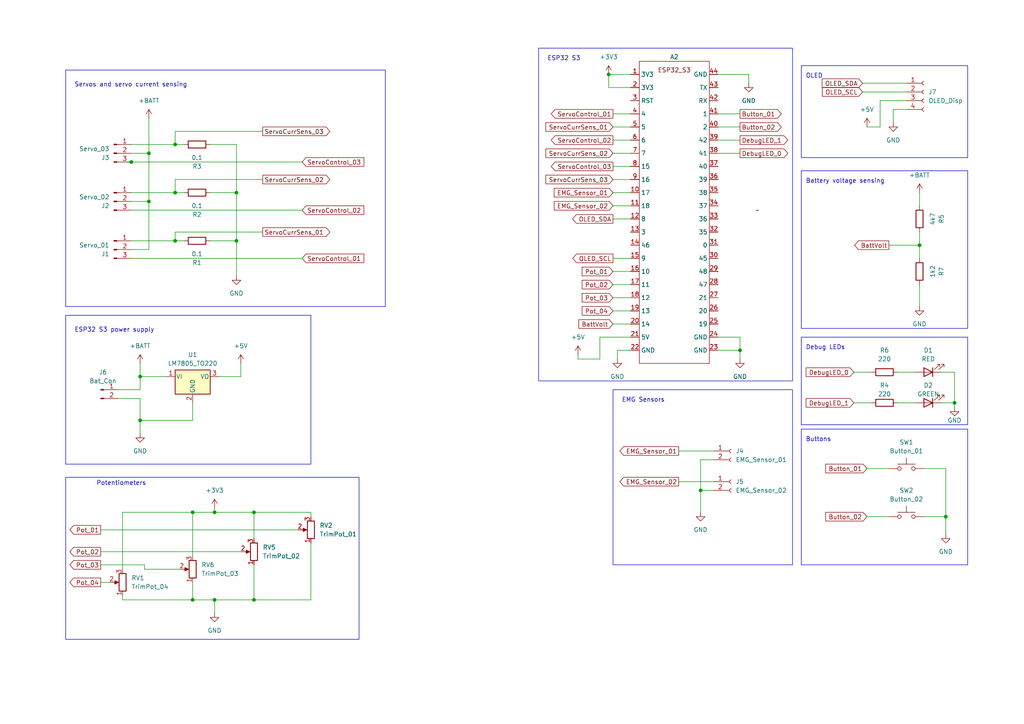
<source format=kicad_sch>
(kicad_sch (version 20230121) (generator eeschema)
  (paper "A4")
  (lib_symbols
    (symbol "ComponentLibrary:ESP32_S3_DevKitC_V1"
      (property "Reference" "A" (at 0 0 0))
      (symbol "ESP32_S3_DevKitC_V1_0_1"
        (rectangle (start -10.16 43.18) (end 10.16 -44.45))
      )
      (symbol "ESP32_S3_DevKitC_V1_1_1"
        (text "ESP32_S3" (at 0 40.64 0) (effects (font (size 1.27 1.27))))
        (pin power_out line (at -12.7 39.37 0) (length 2.54) (name "3V3") (number "1"))
        (pin bidirectional line (at -12.7 5.08 0) (length 2.54) (name "17") (number "10"))
        (pin bidirectional line (at -12.7 1.27 0) (length 2.54) (name "18") (number "11"))
        (pin bidirectional line (at -12.7 -2.54 0) (length 2.54) (name "8") (number "12"))
        (pin bidirectional line (at -12.7 -6.35 0) (length 2.54) (name "3") (number "13"))
        (pin bidirectional line (at -12.7 -10.16 0) (length 2.54) (name "46") (number "14"))
        (pin bidirectional line (at -12.7 -13.97 0) (length 2.54) (name "9") (number "15"))
        (pin bidirectional line (at -12.7 -17.78 0) (length 2.54) (name "10") (number "16"))
        (pin bidirectional line (at -12.7 -21.59 0) (length 2.54) (name "11") (number "17"))
        (pin bidirectional line (at -12.7 -25.4 0) (length 2.54) (name "12") (number "18"))
        (pin bidirectional line (at -12.7 -29.21 0) (length 2.54) (name "13") (number "19"))
        (pin power_out line (at -12.7 35.56 0) (length 2.54) (name "3V3") (number "2"))
        (pin bidirectional line (at -12.7 -33.02 0) (length 2.54) (name "14") (number "20"))
        (pin power_in line (at -12.7 -36.83 0) (length 2.54) (name "5V") (number "21"))
        (pin power_in line (at -12.7 -40.64 0) (length 2.54) (name "GND") (number "22"))
        (pin power_in line (at 12.7 -40.64 180) (length 2.54) (name "GND") (number "23"))
        (pin power_in line (at 12.7 -36.83 180) (length 2.54) (name "GND") (number "24"))
        (pin bidirectional line (at 12.7 -33.02 180) (length 2.54) (name "19") (number "25"))
        (pin bidirectional line (at 12.7 -29.21 180) (length 2.54) (name "20") (number "26"))
        (pin bidirectional line (at 12.7 -25.4 180) (length 2.54) (name "21") (number "27"))
        (pin bidirectional line (at 12.7 -21.59 180) (length 2.54) (name "47") (number "28"))
        (pin bidirectional line (at 12.7 -17.78 180) (length 2.54) (name "48") (number "29"))
        (pin input line (at -12.7 31.75 0) (length 2.54) (name "RST") (number "3"))
        (pin bidirectional line (at 12.7 -13.97 180) (length 2.54) (name "45") (number "30"))
        (pin bidirectional line (at 12.7 -10.16 180) (length 2.54) (name "0") (number "31"))
        (pin bidirectional line (at 12.7 -6.35 180) (length 2.54) (name "35") (number "32"))
        (pin bidirectional line (at 12.7 -2.54 180) (length 2.54) (name "36") (number "33"))
        (pin bidirectional line (at 12.7 1.27 180) (length 2.54) (name "37") (number "34"))
        (pin bidirectional line (at 12.7 5.08 180) (length 2.54) (name "38") (number "35"))
        (pin bidirectional line (at 12.7 8.89 180) (length 2.54) (name "39") (number "36"))
        (pin bidirectional line (at 12.7 12.7 180) (length 2.54) (name "40") (number "37"))
        (pin bidirectional line (at 12.7 16.51 180) (length 2.54) (name "41") (number "38"))
        (pin bidirectional line (at 12.7 20.32 180) (length 2.54) (name "42") (number "39"))
        (pin bidirectional line (at -12.7 27.94 0) (length 2.54) (name "4") (number "4"))
        (pin bidirectional line (at 12.7 24.13 180) (length 2.54) (name "2") (number "40"))
        (pin bidirectional line (at 12.7 27.94 180) (length 2.54) (name "1") (number "41"))
        (pin bidirectional line (at 12.7 31.75 180) (length 2.54) (name "RX") (number "42"))
        (pin bidirectional line (at 12.7 35.56 180) (length 2.54) (name "TX") (number "43"))
        (pin power_in line (at 12.7 39.37 180) (length 2.54) (name "GND") (number "44"))
        (pin bidirectional line (at -12.7 24.13 0) (length 2.54) (name "5") (number "5"))
        (pin bidirectional line (at -12.7 20.32 0) (length 2.54) (name "6") (number "6"))
        (pin bidirectional line (at -12.7 16.51 0) (length 2.54) (name "7") (number "7"))
        (pin bidirectional line (at -12.7 12.7 0) (length 2.54) (name "15") (number "8"))
        (pin bidirectional line (at -12.7 8.89 0) (length 2.54) (name "16") (number "9"))
      )
    )
    (symbol "Connector:Conn_01x02_Pin" (pin_names (offset 1.016) hide)
      (property "Reference" "J" (at 0 2.54 0))
      (property "Value" "Conn_01x02_Pin" (at 0 -5.08 0))
      (symbol "Conn_01x02_Pin_1_1"
        (polyline (pts (xy 1.27 -2.54) (xy 0.8636 -2.54)) (stroke (width 0.1524)))
        (polyline (pts (xy 1.27 0) (xy 0.8636 0)) (stroke (width 0.1524)))
        (rectangle (start 0.8636 -2.413) (end 0 -2.667) (stroke (width 0.1524)) (fill (type outline)))
        (rectangle (start 0.8636 0.127) (end 0 -0.127) (stroke (width 0.1524)) (fill (type outline)))
        (pin passive line (at 5.08 0 180) (length 3.81) (name "Pin_1") (number "1"))
        (pin passive line (at 5.08 -2.54 180) (length 3.81) (name "Pin_2") (number "2"))
      )
    )
    (symbol "Connector:Conn_01x02_Socket" (pin_names (offset 1.016) hide)
      (property "Reference" "J" (at 0 2.54 0))
      (property "Value" "Conn_01x02_Socket" (at 0 -5.08 0))
      (symbol "Conn_01x02_Socket_1_1"
        (arc (start 0 -2.032) (mid -0.5058 -2.54) (end 0 -3.048) (stroke (width 0.1524)))
        (polyline (pts (xy -1.27 -2.54) (xy -0.508 -2.54)) (stroke (width 0.1524)))
        (polyline (pts (xy -1.27 0) (xy -0.508 0)) (stroke (width 0.1524)))
        (arc (start 0 0.508) (mid -0.5058 0) (end 0 -0.508) (stroke (width 0.1524)))
        (pin passive line (at -5.08 0 0) (length 3.81) (name "Pin_1") (number "1"))
        (pin passive line (at -5.08 -2.54 0) (length 3.81) (name "Pin_2") (number "2"))
      )
    )
    (symbol "Connector:Conn_01x03_Pin" (pin_names (offset 1.016) hide)
      (property "Reference" "J" (at 0 5.08 0))
      (property "Value" "Conn_01x03_Pin" (at 0 -5.08 0))
      (symbol "Conn_01x03_Pin_1_1"
        (polyline (pts (xy 1.27 -2.54) (xy 0.8636 -2.54)) (stroke (width 0.1524)))
        (polyline (pts (xy 1.27 0) (xy 0.8636 0)) (stroke (width 0.1524)))
        (polyline (pts (xy 1.27 2.54) (xy 0.8636 2.54)) (stroke (width 0.1524)))
        (rectangle (start 0.8636 -2.413) (end 0 -2.667) (stroke (width 0.1524)) (fill (type outline)))
        (rectangle (start 0.8636 0.127) (end 0 -0.127) (stroke (width 0.1524)) (fill (type outline)))
        (rectangle (start 0.8636 2.667) (end 0 2.413) (stroke (width 0.1524)) (fill (type outline)))
        (pin passive line (at 5.08 2.54 180) (length 3.81) (name "Pin_1") (number "1"))
        (pin passive line (at 5.08 0 180) (length 3.81) (name "Pin_2") (number "2"))
        (pin passive line (at 5.08 -2.54 180) (length 3.81) (name "Pin_3") (number "3"))
      )
    )
    (symbol "Connector:Conn_01x04_Socket" (pin_names (offset 1.016) hide)
      (property "Reference" "J" (at 0 5.08 0))
      (property "Value" "Conn_01x04_Socket" (at 0 -7.62 0))
      (symbol "Conn_01x04_Socket_1_1"
        (arc (start 0 -4.572) (mid -0.5058 -5.08) (end 0 -5.588) (stroke (width 0.1524)))
        (arc (start 0 -2.032) (mid -0.5058 -2.54) (end 0 -3.048) (stroke (width 0.1524)))
        (polyline (pts (xy -1.27 -5.08) (xy -0.508 -5.08)) (stroke (width 0.1524)))
        (polyline (pts (xy -1.27 -2.54) (xy -0.508 -2.54)) (stroke (width 0.1524)))
        (polyline (pts (xy -1.27 0) (xy -0.508 0)) (stroke (width 0.1524)))
        (polyline (pts (xy -1.27 2.54) (xy -0.508 2.54)) (stroke (width 0.1524)))
        (arc (start 0 0.508) (mid -0.5058 0) (end 0 -0.508) (stroke (width 0.1524)))
        (arc (start 0 3.048) (mid -0.5058 2.54) (end 0 2.032) (stroke (width 0.1524)))
        (pin passive line (at -5.08 2.54 0) (length 3.81) (name "Pin_1") (number "1"))
        (pin passive line (at -5.08 0 0) (length 3.81) (name "Pin_2") (number "2"))
        (pin passive line (at -5.08 -2.54 0) (length 3.81) (name "Pin_3") (number "3"))
        (pin passive line (at -5.08 -5.08 0) (length 3.81) (name "Pin_4") (number "4"))
      )
    )
    (symbol "Device:LED" (pin_numbers hide) (pin_names (offset 1.016) hide)
      (property "Reference" "D" (at 0 2.54 0))
      (property "Value" "LED" (at 0 -2.54 0))
      (symbol "LED_0_1"
        (polyline (pts (xy -1.27 -1.27) (xy -1.27 1.27)) (stroke (width 0.254)))
        (polyline (pts (xy -1.27 0) (xy 1.27 0)))
        (polyline (pts (xy 1.27 -1.27) (xy 1.27 1.27) (xy -1.27 0) (xy 1.27 -1.27)) (stroke (width 0.254)))
        (polyline (pts (xy -3.048 -0.762) (xy -4.572 -2.286) (xy -3.81 -2.286) (xy -4.572 -2.286) (xy -4.572 -1.524)))
        (polyline (pts (xy -1.778 -0.762) (xy -3.302 -2.286) (xy -2.54 -2.286) (xy -3.302 -2.286) (xy -3.302 -1.524)))
      )
      (symbol "LED_1_1"
        (pin passive line (at -3.81 0 0) (length 2.54) (name "K") (number "1"))
        (pin passive line (at 3.81 0 180) (length 2.54) (name "A") (number "2"))
      )
    )
    (symbol "Device:R" (pin_numbers hide) (pin_names (offset 0))
      (property "Reference" "R" (at 2.032 0 90))
      (property "Value" "R" (at 0 0 90))
      (symbol "R_0_1"
        (rectangle (start -1.016 -2.54) (end 1.016 2.54) (stroke (width 0.254)))
      )
      (symbol "R_1_1"
        (pin passive line (at 0 3.81 270) (length 1.27) (name "~") (number "1"))
        (pin passive line (at 0 -3.81 90) (length 1.27) (name "~") (number "2"))
      )
    )
    (symbol "Device:R_Potentiometer" (pin_names (offset 1.016) hide)
      (property "Reference" "RV" (at -4.445 0 90))
      (property "Value" "R_Potentiometer" (at -2.54 0 90))
      (symbol "R_Potentiometer_0_1"
        (polyline (pts (xy 2.54 0) (xy 1.524 0)))
        (polyline (pts (xy 1.143 0) (xy 2.286 0.508) (xy 2.286 -0.508) (xy 1.143 0)) (fill (type outline)))
        (rectangle (start 1.016 2.54) (end -1.016 -2.54) (stroke (width 0.254)))
      )
      (symbol "R_Potentiometer_1_1"
        (pin passive line (at 0 3.81 270) (length 1.27) (name "1") (number "1"))
        (pin passive line (at 3.81 0 180) (length 1.27) (name "2") (number "2"))
        (pin passive line (at 0 -3.81 90) (length 1.27) (name "3") (number "3"))
      )
    )
    (symbol "Regulator_Linear:LM7805_TO220" (pin_names (offset 0.254))
      (property "Reference" "U" (at -3.81 3.175 0))
      (property "Value" "LM7805_TO220" (at 0 3.175 0))
      (symbol "LM7805_TO220_0_1"
        (rectangle (start -5.08 1.905) (end 5.08 -5.08) (stroke (width 0.254)) (fill (type background)))
      )
      (symbol "LM7805_TO220_1_1"
        (pin power_in line (at -7.62 0 0) (length 2.54) (name "VI") (number "1"))
        (pin power_in line (at 0 -7.62 90) (length 2.54) (name "GND") (number "2"))
        (pin power_out line (at 7.62 0 180) (length 2.54) (name "VO") (number "3"))
      )
    )
    (symbol "Switch:SW_Push" (pin_numbers hide) (pin_names (offset 1.016) hide)
      (property "Reference" "SW" (at 1.27 2.54 0))
      (property "Value" "SW_Push" (at 0 -1.524 0))
      (symbol "SW_Push_0_1"
        (circle (center -2.032 0) (radius 0.508))
        (polyline (pts (xy 0 1.27) (xy 0 3.048)))
        (polyline (pts (xy 2.54 1.27) (xy -2.54 1.27)))
        (circle (center 2.032 0) (radius 0.508))
        (pin passive line (at -5.08 0 0) (length 2.54) (name "1") (number "1"))
        (pin passive line (at 5.08 0 180) (length 2.54) (name "2") (number "2"))
      )
    )
    (symbol "power:+3V3" (power) (pin_names (offset 0))
      (property "Value" "+3V3" (at 0 3.556 0))
      (symbol "+3V3_0_1"
        (polyline (pts (xy -0.762 1.27) (xy 0 2.54)))
        (polyline (pts (xy 0 0) (xy 0 2.54)))
        (polyline (pts (xy 0 2.54) (xy 0.762 1.27)))
      )
      (symbol "+3V3_1_1"
        (pin power_in line (at 0 0 90) (length 0) hide (name "+3V3") (number "1"))
      )
    )
    (symbol "power:+5V" (power) (pin_names (offset 0))
      (property "Value" "+5V" (at 0 3.556 0))
      (symbol "+5V_0_1"
        (polyline (pts (xy -0.762 1.27) (xy 0 2.54)))
        (polyline (pts (xy 0 0) (xy 0 2.54)))
        (polyline (pts (xy 0 2.54) (xy 0.762 1.27)))
      )
      (symbol "+5V_1_1"
        (pin power_in line (at 0 0 90) (length 0) hide (name "+5V") (number "1"))
      )
    )
    (symbol "power:+BATT" (power) (pin_names (offset 0))
      (property "Value" "+BATT" (at 0 3.556 0))
      (symbol "+BATT_0_1"
        (polyline (pts (xy -0.762 1.27) (xy 0 2.54)))
        (polyline (pts (xy 0 0) (xy 0 2.54)))
        (polyline (pts (xy 0 2.54) (xy 0.762 1.27)))
      )
      (symbol "+BATT_1_1"
        (pin power_in line (at 0 0 90) (length 0) hide (name "+BATT") (number "1"))
      )
    )
    (symbol "power:GND" (power) (pin_names (offset 0))
      (property "Value" "GND" (at 0 -3.81 0))
      (symbol "GND_0_1"
        (polyline (pts (xy 0 0) (xy 0 -1.27) (xy 1.27 -1.27) (xy 0 -2.54) (xy -1.27 -1.27) (xy 0 -1.27)))
      )
      (symbol "GND_1_1"
        (pin power_in line (at 0 0 270) (length 0) hide (name "GND") (number "1"))
      )
    )
  )
  (junction (at 50.8 55.88))
  (junction (at 43.18 44.45))
  (junction (at 68.58 55.88))
  (junction (at 62.23 148.59))
  (junction (at 276.86 116.84))
  (junction (at 176.53 21.59))
  (junction (at 266.7 71.12))
  (junction (at 62.23 173.99))
  (junction (at 73.66 173.99))
  (junction (at 55.88 173.99))
  (junction (at 50.8 69.85))
  (junction (at 50.8 41.91))
  (junction (at 38.1 46.99))
  (junction (at 203.2 142.24))
  (junction (at 40.64 121.92))
  (junction (at 214.63 101.6))
  (junction (at 274.32 149.86))
  (junction (at 43.18 58.42))
  (junction (at 73.66 148.59))
  (junction (at 55.88 148.59))
  (junction (at 68.58 69.85))
  (junction (at 40.64 109.22))
  (wire (pts (xy 35.56 172.72) (xy 35.56 173.99)))
  (wire (pts (xy 55.88 173.99) (xy 62.23 173.99)))
  (wire (pts (xy 167.64 104.14) (xy 173.99 104.14)))
  (wire (pts (xy 251.46 36.83) (xy 255.27 36.83)))
  (wire (pts (xy 50.8 67.31) (xy 76.2 67.31)))
  (wire (pts (xy 50.8 41.91) (xy 50.8 38.1)))
  (wire (pts (xy 73.66 163.83) (xy 73.66 173.99)))
  (wire (pts (xy 217.17 21.59) (xy 208.28 21.59)))
  (wire (pts (xy 247.65 116.84) (xy 252.73 116.84)))
  (wire (pts (xy 177.8 52.07) (xy 182.88 52.07)))
  (wire (pts (xy 214.63 101.6) (xy 214.63 104.14)))
  (wire (pts (xy 255.27 36.83) (xy 255.27 29.21)))
  (wire (pts (xy 208.28 44.45) (xy 214.63 44.45)))
  (wire (pts (xy 68.58 41.91) (xy 60.96 41.91)))
  (wire (pts (xy 196.85 139.7) (xy 207.01 139.7)))
  (wire (pts (xy 177.8 63.5) (xy 182.88 63.5)))
  (wire (pts (xy 266.7 82.55) (xy 266.7 88.9)))
  (wire (pts (xy 255.27 29.21) (xy 262.89 29.21)))
  (wire (pts (xy 208.28 36.83) (xy 214.63 36.83)))
  (wire (pts (xy 43.18 58.42) (xy 43.18 72.39)))
  (wire (pts (xy 34.29 113.03) (xy 40.64 113.03)))
  (wire (pts (xy 41.91 165.1) (xy 41.91 163.83)))
  (wire (pts (xy 177.8 82.55) (xy 182.88 82.55)))
  (wire (pts (xy 50.8 52.07) (xy 76.2 52.07)))
  (wire (pts (xy 167.64 102.87) (xy 167.64 104.14)))
  (wire (pts (xy 40.64 105.41) (xy 40.64 109.22)))
  (wire (pts (xy 50.8 55.88) (xy 38.1 55.88)))
  (wire (pts (xy 35.56 148.59) (xy 55.88 148.59)))
  (wire (pts (xy 68.58 55.88) (xy 60.96 55.88)))
  (wire (pts (xy 177.8 36.83) (xy 182.88 36.83)))
  (wire (pts (xy 267.97 135.89) (xy 274.32 135.89)))
  (wire (pts (xy 273.05 116.84) (xy 276.86 116.84)))
  (wire (pts (xy 276.86 118.11) (xy 276.86 116.84)))
  (wire (pts (xy 260.35 116.84) (xy 265.43 116.84)))
  (wire (pts (xy 68.58 55.88) (xy 68.58 41.91)))
  (wire (pts (xy 177.8 78.74) (xy 182.88 78.74)))
  (wire (pts (xy 250.19 26.67) (xy 262.89 26.67)))
  (wire (pts (xy 177.8 74.93) (xy 182.88 74.93)))
  (wire (pts (xy 69.85 105.41) (xy 69.85 109.22)))
  (wire (pts (xy 208.28 101.6) (xy 214.63 101.6)))
  (wire (pts (xy 50.8 38.1) (xy 76.2 38.1)))
  (wire (pts (xy 257.81 71.12) (xy 266.7 71.12)))
  (wire (pts (xy 40.64 121.92) (xy 55.88 121.92)))
  (wire (pts (xy 73.66 148.59) (xy 73.66 156.21)))
  (wire (pts (xy 259.08 31.75) (xy 262.89 31.75)))
  (wire (pts (xy 260.35 107.95) (xy 265.43 107.95)))
  (wire (pts (xy 177.8 93.98) (xy 182.88 93.98)))
  (wire (pts (xy 179.07 104.14) (xy 179.07 101.6)))
  (wire (pts (xy 38.1 44.45) (xy 43.18 44.45)))
  (wire (pts (xy 203.2 142.24) (xy 207.01 142.24)))
  (wire (pts (xy 68.58 80.01) (xy 68.58 69.85)))
  (wire (pts (xy 274.32 135.89) (xy 274.32 149.86)))
  (wire (pts (xy 250.19 24.13) (xy 262.89 24.13)))
  (wire (pts (xy 208.28 33.02) (xy 214.63 33.02)))
  (wire (pts (xy 214.63 97.79) (xy 214.63 101.6)))
  (wire (pts (xy 29.21 168.91) (xy 31.75 168.91)))
  (wire (pts (xy 40.64 115.57) (xy 40.64 121.92)))
  (wire (pts (xy 273.05 107.95) (xy 276.86 107.95)))
  (wire (pts (xy 176.53 25.4) (xy 176.53 21.59)))
  (wire (pts (xy 55.88 148.59) (xy 55.88 161.29)))
  (wire (pts (xy 34.29 115.57) (xy 40.64 115.57)))
  (wire (pts (xy 247.65 107.95) (xy 252.73 107.95)))
  (wire (pts (xy 53.34 69.85) (xy 50.8 69.85)))
  (wire (pts (xy 53.34 41.91) (xy 50.8 41.91)))
  (wire (pts (xy 173.99 97.79) (xy 182.88 97.79)))
  (wire (pts (xy 55.88 148.59) (xy 62.23 148.59)))
  (wire (pts (xy 266.7 55.88) (xy 266.7 59.69)))
  (wire (pts (xy 173.99 104.14) (xy 173.99 97.79)))
  (wire (pts (xy 177.8 86.36) (xy 182.88 86.36)))
  (wire (pts (xy 43.18 44.45) (xy 43.18 58.42)))
  (wire (pts (xy 90.17 173.99) (xy 90.17 157.48)))
  (wire (pts (xy 177.8 59.69) (xy 182.88 59.69)))
  (wire (pts (xy 35.56 173.99) (xy 55.88 173.99)))
  (wire (pts (xy 53.34 55.88) (xy 50.8 55.88)))
  (wire (pts (xy 43.18 34.29) (xy 43.18 44.45)))
  (wire (pts (xy 62.23 148.59) (xy 73.66 148.59)))
  (wire (pts (xy 52.07 165.1) (xy 41.91 165.1)))
  (wire (pts (xy 90.17 148.59) (xy 90.17 149.86)))
  (wire (pts (xy 177.8 44.45) (xy 182.88 44.45)))
  (wire (pts (xy 177.8 55.88) (xy 182.88 55.88)))
  (wire (pts (xy 55.88 168.91) (xy 55.88 173.99)))
  (wire (pts (xy 63.5 109.22) (xy 69.85 109.22)))
  (wire (pts (xy 68.58 69.85) (xy 68.58 55.88)))
  (wire (pts (xy 196.85 130.81) (xy 207.01 130.81)))
  (wire (pts (xy 40.64 109.22) (xy 48.26 109.22)))
  (wire (pts (xy 68.58 69.85) (xy 60.96 69.85)))
  (wire (pts (xy 176.53 21.59) (xy 182.88 21.59)))
  (wire (pts (xy 38.1 74.93) (xy 87.63 74.93)))
  (wire (pts (xy 203.2 142.24) (xy 203.2 133.35)))
  (wire (pts (xy 38.1 60.96) (xy 87.63 60.96)))
  (wire (pts (xy 208.28 97.79) (xy 214.63 97.79)))
  (wire (pts (xy 62.23 147.32) (xy 62.23 148.59)))
  (wire (pts (xy 69.85 160.02) (xy 29.21 160.02)))
  (wire (pts (xy 50.8 69.85) (xy 38.1 69.85)))
  (wire (pts (xy 217.17 24.13) (xy 217.17 21.59)))
  (wire (pts (xy 73.66 173.99) (xy 90.17 173.99)))
  (wire (pts (xy 267.97 149.86) (xy 274.32 149.86)))
  (wire (pts (xy 182.88 25.4) (xy 176.53 25.4)))
  (wire (pts (xy 55.88 116.84) (xy 55.88 121.92)))
  (wire (pts (xy 35.56 165.1) (xy 35.56 148.59)))
  (wire (pts (xy 41.91 163.83) (xy 29.21 163.83)))
  (wire (pts (xy 177.8 33.02) (xy 182.88 33.02)))
  (wire (pts (xy 38.1 46.99) (xy 87.63 46.99)))
  (wire (pts (xy 177.8 48.26) (xy 182.88 48.26)))
  (wire (pts (xy 38.1 58.42) (xy 43.18 58.42)))
  (wire (pts (xy 266.7 67.31) (xy 266.7 71.12)))
  (wire (pts (xy 179.07 101.6) (xy 182.88 101.6)))
  (wire (pts (xy 50.8 67.31) (xy 50.8 69.85)))
  (wire (pts (xy 208.28 40.64) (xy 214.63 40.64)))
  (wire (pts (xy 274.32 149.86) (xy 274.32 154.94)))
  (wire (pts (xy 40.64 121.92) (xy 40.64 125.73)))
  (wire (pts (xy 40.64 113.03) (xy 40.64 109.22)))
  (wire (pts (xy 203.2 133.35) (xy 207.01 133.35)))
  (wire (pts (xy 62.23 173.99) (xy 62.23 177.8)))
  (wire (pts (xy 251.46 149.86) (xy 257.81 149.86)))
  (wire (pts (xy 266.7 71.12) (xy 266.7 74.93)))
  (wire (pts (xy 50.8 52.07) (xy 50.8 55.88)))
  (wire (pts (xy 86.36 153.67) (xy 29.21 153.67)))
  (wire (pts (xy 276.86 107.95) (xy 276.86 116.84)))
  (wire (pts (xy 177.8 40.64) (xy 182.88 40.64)))
  (wire (pts (xy 203.2 148.59) (xy 203.2 142.24)))
  (wire (pts (xy 36.83 46.99) (xy 38.1 46.99)))
  (wire (pts (xy 43.18 72.39) (xy 38.1 72.39)))
  (wire (pts (xy 73.66 148.59) (xy 90.17 148.59)))
  (wire (pts (xy 50.8 41.91) (xy 38.1 41.91)))
  (wire (pts (xy 259.08 35.56) (xy 259.08 31.75)))
  (wire (pts (xy 251.46 135.89) (xy 257.81 135.89)))
  (wire (pts (xy 62.23 173.99) (xy 73.66 173.99)))
  (wire (pts (xy 177.8 90.17) (xy 182.88 90.17)))
  (rectangle (start 232.41 97.79) (end 280.67 123.19))
  (rectangle (start 232.41 49.53) (end 280.67 95.25))
  (rectangle (start 19.05 91.44) (end 90.17 134.62))
  (rectangle (start 19.05 20.32) (end 111.76 88.9))
  (rectangle (start 232.41 19.05) (end 280.67 45.72))
  (rectangle (start 232.41 124.46) (end 280.67 163.83))
  (rectangle (start 156.21 13.97) (end 229.87 110.49))
  (rectangle (start 19.05 138.43) (end 104.14 185.42))
  (rectangle (start 177.8 113.03) (end 229.87 163.83))
  (text "Servos and servo current sensing" (at 21.59 25.4 0) (effects (font (size 1.27 1.27)) (justify left bottom)))
  (text "EMG Sensors" (at 180.34 116.84 0) (effects (font (size 1.27 1.27)) (justify left bottom)))
  (text "OLED" (at 233.68 22.86 0) (effects (font (size 1.27 1.27)) (justify left bottom)))
  (text "ESP32 S3 power supply" (at 21.59 96.52 0) (effects (font (size 1.27 1.27)) (justify left bottom)))
  (text "Buttons" (at 233.68 128.27 0) (effects (font (size 1.27 1.27)) (justify left bottom)))
  (text "Battery voltage sensing" (at 233.68 53.34 0) (effects (font (size 1.27 1.27)) (justify left bottom)))
  (text "Potentiometers" (at 27.94 140.97 0) (effects (font (size 1.27 1.27)) (justify left bottom)))
  (text "ESP32 S3" (at 158.75 17.78 0) (effects (font (size 1.27 1.27)) (justify left bottom)))
  (text "Debug LEDs" (at 233.68 101.6 0) (effects (font (size 1.27 1.27)) (justify left bottom)))
  (global_label "OLED_SCL" (shape output) (at 177.8 74.93 180) (property "Intersheetrefs" "${INTERSHEET_REFS}" (effects hide)))
  (global_label "Pot_03" (shape output) (at 29.21 163.83 180) (property "Intersheetrefs" "${INTERSHEET_REFS}" (effects hide)))
  (global_label "ServoCurrSens_03" (shape output) (at 76.2 38.1 0) (property "Intersheetrefs" "${INTERSHEET_REFS}" (effects hide)))
  (global_label "Pot_02" (shape output) (at 29.21 160.02 180) (property "Intersheetrefs" "${INTERSHEET_REFS}" (effects hide)))
  (global_label "DebugLED_0" (shape input) (at 247.65 107.95 180) (property "Intersheetrefs" "${INTERSHEET_REFS}" (effects hide)))
  (global_label "ServoCurrSens_03" (shape input) (at 177.8 52.07 180) (property "Intersheetrefs" "${INTERSHEET_REFS}" (effects hide)))
  (global_label "Button_01" (shape input) (at 251.46 135.89 180) (property "Intersheetrefs" "${INTERSHEET_REFS}" (effects hide)))
  (global_label "BattVolt" (shape input) (at 177.8 93.98 180) (property "Intersheetrefs" "${INTERSHEET_REFS}" (effects hide)))
  (global_label "EMG_Sensor_01" (shape input) (at 177.8 55.88 180) (property "Intersheetrefs" "${INTERSHEET_REFS}" (effects hide)))
  (global_label "Pot_04" (shape input) (at 177.8 90.17 180) (property "Intersheetrefs" "${INTERSHEET_REFS}" (effects hide)))
  (global_label "Pot_01" (shape output) (at 29.21 153.67 180) (property "Intersheetrefs" "${INTERSHEET_REFS}" (effects hide)))
  (global_label "BattVolt" (shape output) (at 257.81 71.12 180) (property "Intersheetrefs" "${INTERSHEET_REFS}" (effects hide)))
  (global_label "EMG_Sensor_01" (shape output) (at 196.85 130.81 180) (property "Intersheetrefs" "${INTERSHEET_REFS}" (effects hide)))
  (global_label "ServoControl_02" (shape output) (at 177.8 40.64 180) (property "Intersheetrefs" "${INTERSHEET_REFS}" (effects hide)))
  (global_label "Pot_02" (shape input) (at 177.8 82.55 180) (property "Intersheetrefs" "${INTERSHEET_REFS}" (effects hide)))
  (global_label "ServoCurrSens_02" (shape input) (at 177.8 44.45 180) (property "Intersheetrefs" "${INTERSHEET_REFS}" (effects hide)))
  (global_label "DebugLED_1" (shape input) (at 247.65 116.84 180) (property "Intersheetrefs" "${INTERSHEET_REFS}" (effects hide)))
  (global_label "ServoCurrSens_02" (shape output) (at 76.2 52.07 0) (property "Intersheetrefs" "${INTERSHEET_REFS}" (effects hide)))
  (global_label "Button_02" (shape input) (at 251.46 149.86 180) (property "Intersheetrefs" "${INTERSHEET_REFS}" (effects hide)))
  (global_label "OLED_SCL" (shape input) (at 250.19 26.67 180) (property "Intersheetrefs" "${INTERSHEET_REFS}" (effects hide)))
  (global_label "Pot_01" (shape input) (at 177.8 78.74 180) (property "Intersheetrefs" "${INTERSHEET_REFS}" (effects hide)))
  (global_label "ServoCurrSens_01" (shape input) (at 177.8 36.83 180) (property "Intersheetrefs" "${INTERSHEET_REFS}" (effects hide)))
  (global_label "ServoControl_03" (shape output) (at 177.8 48.26 180) (property "Intersheetrefs" "${INTERSHEET_REFS}" (effects hide)))
  (global_label "EMG_Sensor_02" (shape input) (at 177.8 59.69 180) (property "Intersheetrefs" "${INTERSHEET_REFS}" (effects hide)))
  (global_label "ServoControl_03" (shape input) (at 87.63 46.99 0) (property "Intersheetrefs" "${INTERSHEET_REFS}" (effects hide)))
  (global_label "Button_01" (shape output) (at 214.63 33.02 0) (property "Intersheetrefs" "${INTERSHEET_REFS}" (effects hide)))
  (global_label "DebugLED_0" (shape output) (at 214.63 44.45 0) (property "Intersheetrefs" "${INTERSHEET_REFS}" (effects hide)))
  (global_label "DebugLED_1" (shape output) (at 214.63 40.64 0) (property "Intersheetrefs" "${INTERSHEET_REFS}" (effects hide)))
  (global_label "ServoControl_01" (shape input) (at 87.63 74.93 0) (property "Intersheetrefs" "${INTERSHEET_REFS}" (effects hide)))
  (global_label "OLED_SDA" (shape output) (at 177.8 63.5 180) (property "Intersheetrefs" "${INTERSHEET_REFS}" (effects hide)))
  (global_label "Button_02" (shape output) (at 214.63 36.83 0) (property "Intersheetrefs" "${INTERSHEET_REFS}" (effects hide)))
  (global_label "Pot_03" (shape input) (at 177.8 86.36 180) (property "Intersheetrefs" "${INTERSHEET_REFS}" (effects hide)))
  (global_label "Pot_04" (shape output) (at 29.21 168.91 180) (property "Intersheetrefs" "${INTERSHEET_REFS}" (effects hide)))
  (global_label "ServoControl_01" (shape output) (at 177.8 33.02 180) (property "Intersheetrefs" "${INTERSHEET_REFS}" (effects hide)))
  (global_label "ServoCurrSens_01" (shape output) (at 76.2 67.31 0) (property "Intersheetrefs" "${INTERSHEET_REFS}" (effects hide)))
  (global_label "ServoControl_02" (shape input) (at 87.63 60.96 0) (property "Intersheetrefs" "${INTERSHEET_REFS}" (effects hide)))
  (global_label "EMG_Sensor_02" (shape output) (at 196.85 139.7 180) (property "Intersheetrefs" "${INTERSHEET_REFS}" (effects hide)))
  (global_label "OLED_SDA" (shape input) (at 250.19 24.13 180) (property "Intersheetrefs" "${INTERSHEET_REFS}" (effects hide)))
  (symbol (lib_id "Connector:Conn_01x03_Pin") (at 33.02 44.45 0) (unit 1)
    (property "Reference" "J3" (at 31.75 45.72 0) (effects (justify right)))
    (property "Value" "Servo_03" (at 31.75 43.18 0) (effects (justify right)))
    (property "Footprint" "Connector_PinHeader_2.54mm:PinHeader_1x03_P2.54mm_Vertical" (effects hide))
  )
  (symbol (lib_id "ComponentLibrary:ESP32_S3_DevKitC_V1") (at 195.58 60.96 0) (unit 1)
    (property "Reference" "A2" (at 195.58 16.51 0))
    (property "Value" "~" (at 219.71 60.96 0))
    (property "Footprint" "FootprintLibrary:ESP32S3_DevModule" (effects hide))
  )
  (symbol (lib_id "Device:LED") (at 269.24 107.95 180) (unit 1)
    (property "Reference" "D1" (at 269.24 101.6 0))
    (property "Value" "RED" (at 269.24 104.14 0))
    (property "Footprint" "LED_THT:LED_D5.0mm" (effects hide))
  )
  (symbol (lib_id "Device:R") (at 266.7 63.5 0) (unit 1)
    (property "Reference" "R5" (at 273.05 63.5 90))
    (property "Value" "4k7" (at 270.51 63.5 90))
    (property "Footprint" "Resistor_THT:R_Axial_DIN0207_L6.3mm_D2.5mm_P7.62mm_Horizontal" (effects hide))
  )
  (symbol (lib_id "power:GND") (at 214.63 104.14 0) (unit 1)
    (property "Reference" "#PWR025" (effects hide))
    (property "Value" "GND" (at 214.63 109.22 0))
  )
  (symbol (lib_id "Device:R_Potentiometer") (at 35.56 168.91 180) (unit 1)
    (property "Reference" "RV1" (at 38.1 167.64 0) (effects (justify right)))
    (property "Value" "TrimPot_04" (at 38.1 170.18 0) (effects (justify right)))
    (property "Footprint" "Connector_PinHeader_2.54mm:PinHeader_1x03_P2.54mm_Vertical" (effects hide))
  )
  (symbol (lib_id "Connector:Conn_01x02_Pin") (at 29.21 113.03 0) (unit 1)
    (property "Reference" "J6" (at 29.845 107.95 0))
    (property "Value" "Bat_Con" (at 29.845 110.49 0))
    (property "Footprint" "Connector_PinHeader_2.54mm:PinHeader_1x02_P2.54mm_Vertical" (effects hide))
  )
  (symbol (lib_id "Device:R") (at 256.54 107.95 90) (unit 1)
    (property "Reference" "R6" (at 256.54 101.6 90))
    (property "Value" "220" (at 256.54 104.14 90))
    (property "Footprint" "Resistor_THT:R_Axial_DIN0207_L6.3mm_D2.5mm_P7.62mm_Horizontal" (effects hide))
  )
  (symbol (lib_id "Device:R") (at 57.15 55.88 270) (unit 1)
    (property "Reference" "R2" (at 57.15 62.23 90))
    (property "Value" "0.1" (at 57.15 59.69 90))
    (property "Footprint" "Resistor_THT:R_Axial_Power_L25.0mm_W9.0mm_P27.94mm" (effects hide))
  )
  (symbol (lib_id "power:+5V") (at 167.64 102.87 0) (unit 1)
    (property "Reference" "#PWR024" (effects hide))
    (property "Value" "+5V" (at 167.64 97.79 0))
  )
  (symbol (lib_id "Device:R_Potentiometer") (at 55.88 165.1 180) (unit 1)
    (property "Reference" "RV6" (at 58.42 163.83 0) (effects (justify right)))
    (property "Value" "TrimPot_03" (at 58.42 166.37 0) (effects (justify right)))
    (property "Footprint" "Connector_PinHeader_2.54mm:PinHeader_1x03_P2.54mm_Vertical" (effects hide))
  )
  (symbol (lib_id "power:GND") (at 274.32 154.94 0) (unit 1)
    (property "Reference" "#PWR014" (effects hide))
    (property "Value" "GND" (at 274.32 160.02 0))
  )
  (symbol (lib_id "power:+BATT") (at 40.64 105.41 0) (unit 1)
    (property "Reference" "#PWR09" (effects hide))
    (property "Value" "+BATT" (at 40.64 100.33 0))
  )
  (symbol (lib_id "Device:R") (at 266.7 78.74 0) (unit 1)
    (property "Reference" "R7" (at 273.05 78.74 90))
    (property "Value" "1k2" (at 270.51 78.74 90))
    (property "Footprint" "Resistor_THT:R_Axial_DIN0207_L6.3mm_D2.5mm_P7.62mm_Horizontal" (effects hide))
  )
  (symbol (lib_id "power:GND") (at 259.08 35.56 0) (unit 1)
    (property "Reference" "#PWR012" (effects hide))
    (property "Value" "GND" (at 259.08 40.64 0))
  )
  (symbol (lib_id "Connector:Conn_01x02_Socket") (at 212.09 130.81 0) (unit 1)
    (property "Reference" "J4" (at 213.36 130.81 0) (effects (justify left)))
    (property "Value" "EMG_Sensor_01" (at 213.36 133.35 0) (effects (justify left)))
    (property "Footprint" "Connector_PinSocket_2.54mm:PinSocket_1x02_P2.54mm_Vertical" (effects hide))
  )
  (symbol (lib_id "Device:R") (at 256.54 116.84 90) (unit 1)
    (property "Reference" "R4" (at 256.54 111.76 90))
    (property "Value" "220" (at 256.54 114.3 90))
    (property "Footprint" "Resistor_THT:R_Axial_DIN0207_L6.3mm_D2.5mm_P7.62mm_Horizontal" (effects hide))
  )
  (symbol (lib_id "power:GND") (at 62.23 177.8 0) (unit 1)
    (property "Reference" "#PWR05" (effects hide))
    (property "Value" "GND" (at 62.23 182.88 0))
  )
  (symbol (lib_id "power:GND") (at 266.7 88.9 0) (unit 1)
    (property "Reference" "#PWR016" (effects hide))
    (property "Value" "GND" (at 266.7 93.98 0))
  )
  (symbol (lib_id "Device:R") (at 57.15 69.85 270) (unit 1)
    (property "Reference" "R1" (at 57.15 76.2 90))
    (property "Value" "0.1" (at 57.15 73.66 90))
    (property "Footprint" "Resistor_THT:R_Axial_Power_L25.0mm_W9.0mm_P27.94mm" (effects hide))
  )
  (symbol (lib_id "power:GND") (at 68.58 80.01 0) (unit 1)
    (property "Reference" "#PWR03" (effects hide))
    (property "Value" "GND" (at 68.58 85.09 0))
  )
  (symbol (lib_id "Regulator_Linear:LM7805_TO220") (at 55.88 109.22 0) (unit 1)
    (property "Reference" "U1" (at 55.88 102.87 0))
    (property "Value" "LM7805_TO220" (at 55.88 105.41 0))
    (property "Footprint" "Package_TO_SOT_THT:TO-220-3_Vertical" (effects hide))
    (property "Datasheet" "https://www.onsemi.cn/PowerSolutions/document/MC7800-D.PDF" (effects hide))
  )
  (symbol (lib_id "power:GND") (at 217.17 24.13 0) (unit 1)
    (property "Reference" "#PWR026" (effects hide))
    (property "Value" "GND" (at 217.17 29.21 0))
  )
  (symbol (lib_id "power:+BATT") (at 43.18 34.29 0) (unit 1)
    (property "Reference" "#PWR010" (effects hide))
    (property "Value" "+BATT" (at 43.18 29.21 0))
  )
  (symbol (lib_id "Switch:SW_Push") (at 262.89 149.86 0) (unit 1)
    (property "Reference" "SW2" (at 262.89 142.24 0))
    (property "Value" "Button_02" (at 262.89 144.78 0))
    (property "Footprint" "Button_Switch_THT:SW_PUSH_6mm" (effects hide))
  )
  (symbol (lib_id "Device:R_Potentiometer") (at 73.66 160.02 180) (unit 1)
    (property "Reference" "RV5" (at 76.2 158.75 0) (effects (justify right)))
    (property "Value" "TrimPot_02" (at 76.2 161.29 0) (effects (justify right)))
    (property "Footprint" "Potentiometer_THT:Potentiometer_Alps_RK163_Single_Horizontal" (effects hide))
  )
  (symbol (lib_id "power:+3V3") (at 176.53 21.59 0) (unit 1)
    (property "Reference" "#PWR027" (effects hide))
    (property "Value" "+3V3" (at 176.53 16.51 0))
  )
  (symbol (lib_id "power:+BATT") (at 266.7 55.88 0) (unit 1)
    (property "Reference" "#PWR015" (effects hide))
    (property "Value" "+BATT" (at 266.7 50.8 0))
  )
  (symbol (lib_id "power:+5V") (at 251.46 36.83 0) (unit 1)
    (property "Reference" "#PWR013" (effects hide))
    (property "Value" "+5V" (at 251.46 31.75 0))
  )
  (symbol (lib_id "Connector:Conn_01x03_Pin") (at 33.02 72.39 0) (unit 1)
    (property "Reference" "J1" (at 31.75 73.66 0) (effects (justify right)))
    (property "Value" "Servo_01" (at 31.75 71.12 0) (effects (justify right)))
    (property "Footprint" "Connector_PinHeader_2.54mm:PinHeader_1x03_P2.54mm_Vertical" (effects hide))
  )
  (symbol (lib_id "power:+5V") (at 69.85 105.41 0) (unit 1)
    (property "Reference" "#PWR02" (effects hide))
    (property "Value" "+5V" (at 69.85 100.33 0))
  )
  (symbol (lib_id "power:GND") (at 179.07 104.14 0) (unit 1)
    (property "Reference" "#PWR023" (effects hide))
    (property "Value" "GND" (at 179.07 109.22 0))
  )
  (symbol (lib_id "power:GND") (at 276.86 118.11 0) (unit 1)
    (property "Reference" "#PWR01" (effects hide))
    (property "Value" "GND" (at 276.86 121.92 0))
  )
  (symbol (lib_id "power:GND") (at 40.64 125.73 0) (unit 1)
    (property "Reference" "#PWR04" (effects hide))
    (property "Value" "GND" (at 40.64 130.81 0))
  )
  (symbol (lib_id "power:+3V3") (at 62.23 147.32 0) (unit 1)
    (property "Reference" "#PWR07" (effects hide))
    (property "Value" "+3V3" (at 62.23 142.24 0))
  )
  (symbol (lib_id "Connector:Conn_01x03_Pin") (at 33.02 58.42 0) (unit 1)
    (property "Reference" "J2" (at 31.75 59.69 0) (effects (justify right)))
    (property "Value" "Servo_02" (at 31.75 57.15 0) (effects (justify right)))
    (property "Footprint" "Connector_PinHeader_2.54mm:PinHeader_1x03_P2.54mm_Vertical" (effects hide))
  )
  (symbol (lib_id "Device:R") (at 57.15 41.91 270) (unit 1)
    (property "Reference" "R3" (at 57.15 48.26 90))
    (property "Value" "0.1" (at 57.15 45.72 90))
    (property "Footprint" "Resistor_THT:R_Axial_Power_L25.0mm_W9.0mm_P27.94mm" (effects hide))
  )
  (symbol (lib_id "Switch:SW_Push") (at 262.89 135.89 0) (unit 1)
    (property "Reference" "SW1" (at 262.89 128.27 0))
    (property "Value" "Button_01" (at 262.89 130.81 0))
    (property "Footprint" "Button_Switch_THT:SW_PUSH_6mm" (effects hide))
  )
  (symbol (lib_id "Connector:Conn_01x04_Socket") (at 267.97 26.67 0) (unit 1)
    (property "Reference" "J7" (at 269.24 26.67 0) (effects (justify left)))
    (property "Value" "OLED_Disp" (at 269.24 29.21 0) (effects (justify left)))
    (property "Footprint" "Connector_PinHeader_2.54mm:PinHeader_1x04_P2.54mm_Vertical" (effects hide))
  )
  (symbol (lib_id "Connector:Conn_01x02_Socket") (at 212.09 139.7 0) (unit 1)
    (property "Reference" "J5" (at 213.36 139.7 0) (effects (justify left)))
    (property "Value" "EMG_Sensor_02" (at 213.36 142.24 0) (effects (justify left)))
    (property "Footprint" "Connector_PinSocket_2.54mm:PinSocket_1x02_P2.54mm_Vertical" (effects hide))
  )
  (symbol (lib_id "power:GND") (at 203.2 148.59 0) (unit 1)
    (property "Reference" "#PWR017" (effects hide))
    (property "Value" "GND" (at 203.2 153.67 0))
  )
  (symbol (lib_id "Device:R_Potentiometer") (at 90.17 153.67 180) (unit 1)
    (property "Reference" "RV2" (at 92.71 152.4 0) (effects (justify right)))
    (property "Value" "TrimPot_01" (at 92.71 154.94 0) (effects (justify right)))
    (property "Footprint" "Potentiometer_THT:Potentiometer_Alps_RK163_Single_Horizontal" (effects hide))
  )
  (symbol (lib_id "Device:LED") (at 269.24 116.84 180) (unit 1)
    (property "Reference" "D2" (at 269.24 111.76 0))
    (property "Value" "GREEN" (at 269.24 114.3 0))
    (property "Footprint" "LED_THT:LED_D5.0mm" (effects hide))
  )
)
</source>
